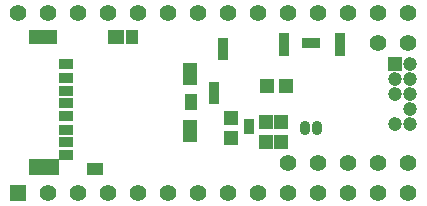
<source format=gbs>
G04 Layer_Color=16711935*
%FSLAX23Y23*%
%MOIN*%
G70*
G01*
G75*
%ADD52R,0.051X0.047*%
%ADD53R,0.036X0.028*%
%ADD58R,0.047X0.051*%
%ADD67R,0.014X0.020*%
%ADD68C,0.055*%
%ADD69R,0.055X0.055*%
%ADD70R,0.047X0.047*%
%ADD71C,0.047*%
%ADD72O,0.036X0.047*%
%ADD73R,0.061X0.033*%
%ADD74R,0.043X0.055*%
%ADD75R,0.049X0.075*%
%ADD76R,0.055X0.049*%
%ADD77R,0.043X0.049*%
%ADD78R,0.057X0.043*%
%ADD79R,0.093X0.045*%
%ADD80R,0.099X0.055*%
%ADD81R,0.045X0.036*%
D52*
X827Y357D02*
D03*
X893D02*
D03*
D53*
X683Y504D02*
D03*
Y480D02*
D03*
Y456D02*
D03*
X653Y309D02*
D03*
Y333D02*
D03*
Y357D02*
D03*
X770Y208D02*
D03*
Y232D02*
D03*
X885Y518D02*
D03*
Y494D02*
D03*
Y470D02*
D03*
X1071D02*
D03*
Y494D02*
D03*
Y518D02*
D03*
D58*
X875Y171D02*
D03*
Y237D02*
D03*
X710Y248D02*
D03*
Y182D02*
D03*
X825Y237D02*
D03*
Y171D02*
D03*
D67*
X683Y468D02*
D03*
X653Y321D02*
D03*
X770Y220D02*
D03*
X885Y482D02*
D03*
X1071D02*
D03*
D68*
X1300Y500D02*
D03*
X1200D02*
D03*
X900Y100D02*
D03*
X1000D02*
D03*
X1100D02*
D03*
X1200D02*
D03*
X1300D02*
D03*
X100Y0D02*
D03*
X200D02*
D03*
X300D02*
D03*
X400D02*
D03*
X500D02*
D03*
X600D02*
D03*
X700D02*
D03*
X800D02*
D03*
X900D02*
D03*
X1000D02*
D03*
X1100D02*
D03*
X1200D02*
D03*
X1300D02*
D03*
X0Y600D02*
D03*
X100D02*
D03*
X200D02*
D03*
X300D02*
D03*
X400D02*
D03*
X500D02*
D03*
X600D02*
D03*
X700D02*
D03*
X800D02*
D03*
X900D02*
D03*
X1000D02*
D03*
X1100D02*
D03*
X1200D02*
D03*
X1300D02*
D03*
D69*
X0Y0D02*
D03*
D70*
X1255Y430D02*
D03*
D71*
X1305D02*
D03*
X1255Y380D02*
D03*
X1305D02*
D03*
X1255Y330D02*
D03*
X1305D02*
D03*
Y280D02*
D03*
X1255Y230D02*
D03*
X1305D02*
D03*
D72*
X996Y215D02*
D03*
X956D02*
D03*
D73*
X976Y498D02*
D03*
D74*
X576Y302D02*
D03*
D75*
X573Y207D02*
D03*
Y396D02*
D03*
D76*
X325Y519D02*
D03*
D77*
X379D02*
D03*
D78*
X254Y81D02*
D03*
D79*
X83Y521D02*
D03*
D80*
X85Y87D02*
D03*
D81*
X158Y125D02*
D03*
Y168D02*
D03*
Y211D02*
D03*
Y255D02*
D03*
Y298D02*
D03*
Y341D02*
D03*
Y384D02*
D03*
Y428D02*
D03*
M02*

</source>
